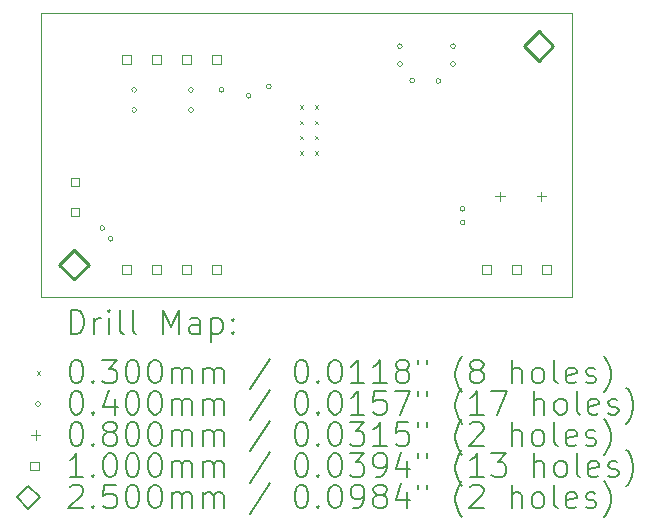
<source format=gbr>
%TF.GenerationSoftware,KiCad,Pcbnew,(6.0.8)*%
%TF.CreationDate,2022-12-06T01:45:32+01:00*%
%TF.ProjectId,Single-DCDC-Converter-Rev2,53696e67-6c65-42d4-9443-44432d436f6e,rev?*%
%TF.SameCoordinates,Original*%
%TF.FileFunction,Drillmap*%
%TF.FilePolarity,Positive*%
%FSLAX45Y45*%
G04 Gerber Fmt 4.5, Leading zero omitted, Abs format (unit mm)*
G04 Created by KiCad (PCBNEW (6.0.8)) date 2022-12-06 01:45:32*
%MOMM*%
%LPD*%
G01*
G04 APERTURE LIST*
%ADD10C,0.100000*%
%ADD11C,0.200000*%
%ADD12C,0.030000*%
%ADD13C,0.040000*%
%ADD14C,0.080000*%
%ADD15C,0.250000*%
G04 APERTURE END LIST*
D10*
X8400000Y-6320000D02*
X12900000Y-6320000D01*
X12900000Y-6320000D02*
X12900000Y-3920000D01*
X12900000Y-3920000D02*
X8400000Y-3920000D01*
X8400000Y-3920000D02*
X8400000Y-6320000D01*
D11*
D12*
X10590000Y-4700000D02*
X10620000Y-4730000D01*
X10620000Y-4700000D02*
X10590000Y-4730000D01*
X10590000Y-4830000D02*
X10620000Y-4860000D01*
X10620000Y-4830000D02*
X10590000Y-4860000D01*
X10590000Y-4960000D02*
X10620000Y-4990000D01*
X10620000Y-4960000D02*
X10590000Y-4990000D01*
X10590000Y-5090000D02*
X10620000Y-5120000D01*
X10620000Y-5090000D02*
X10590000Y-5120000D01*
X10720000Y-4700000D02*
X10750000Y-4730000D01*
X10750000Y-4700000D02*
X10720000Y-4730000D01*
X10720000Y-4830000D02*
X10750000Y-4860000D01*
X10750000Y-4830000D02*
X10720000Y-4860000D01*
X10720000Y-4960000D02*
X10750000Y-4990000D01*
X10750000Y-4960000D02*
X10720000Y-4990000D01*
X10720000Y-5090000D02*
X10750000Y-5120000D01*
X10750000Y-5090000D02*
X10720000Y-5120000D01*
D13*
X8940000Y-5740000D02*
G75*
G03*
X8940000Y-5740000I-20000J0D01*
G01*
X9010000Y-5830000D02*
G75*
G03*
X9010000Y-5830000I-20000J0D01*
G01*
X9210000Y-4570000D02*
G75*
G03*
X9210000Y-4570000I-20000J0D01*
G01*
X9210000Y-4740000D02*
G75*
G03*
X9210000Y-4740000I-20000J0D01*
G01*
X9690000Y-4570000D02*
G75*
G03*
X9690000Y-4570000I-20000J0D01*
G01*
X9690000Y-4740000D02*
G75*
G03*
X9690000Y-4740000I-20000J0D01*
G01*
X9950000Y-4570000D02*
G75*
G03*
X9950000Y-4570000I-20000J0D01*
G01*
X10180000Y-4620000D02*
G75*
G03*
X10180000Y-4620000I-20000J0D01*
G01*
X10350000Y-4540000D02*
G75*
G03*
X10350000Y-4540000I-20000J0D01*
G01*
X11460000Y-4200000D02*
G75*
G03*
X11460000Y-4200000I-20000J0D01*
G01*
X11460000Y-4350000D02*
G75*
G03*
X11460000Y-4350000I-20000J0D01*
G01*
X11565000Y-4490000D02*
G75*
G03*
X11565000Y-4490000I-20000J0D01*
G01*
X11785000Y-4495000D02*
G75*
G03*
X11785000Y-4495000I-20000J0D01*
G01*
X11910000Y-4200000D02*
G75*
G03*
X11910000Y-4200000I-20000J0D01*
G01*
X11910000Y-4350000D02*
G75*
G03*
X11910000Y-4350000I-20000J0D01*
G01*
X11991020Y-5577840D02*
G75*
G03*
X11991020Y-5577840I-20000J0D01*
G01*
X11991020Y-5692140D02*
G75*
G03*
X11991020Y-5692140I-20000J0D01*
G01*
D14*
X12287500Y-5432500D02*
X12287500Y-5512500D01*
X12247500Y-5472500D02*
X12327500Y-5472500D01*
X12637500Y-5432500D02*
X12637500Y-5512500D01*
X12597500Y-5472500D02*
X12677500Y-5472500D01*
D10*
X8725356Y-5385356D02*
X8725356Y-5314644D01*
X8654644Y-5314644D01*
X8654644Y-5385356D01*
X8725356Y-5385356D01*
X8725356Y-5639356D02*
X8725356Y-5568644D01*
X8654644Y-5568644D01*
X8654644Y-5639356D01*
X8725356Y-5639356D01*
X9159356Y-4349356D02*
X9159356Y-4278644D01*
X9088644Y-4278644D01*
X9088644Y-4349356D01*
X9159356Y-4349356D01*
X9159356Y-6127356D02*
X9159356Y-6056644D01*
X9088644Y-6056644D01*
X9088644Y-6127356D01*
X9159356Y-6127356D01*
X9413356Y-4349356D02*
X9413356Y-4278644D01*
X9342644Y-4278644D01*
X9342644Y-4349356D01*
X9413356Y-4349356D01*
X9413356Y-6127356D02*
X9413356Y-6056644D01*
X9342644Y-6056644D01*
X9342644Y-6127356D01*
X9413356Y-6127356D01*
X9667356Y-4349356D02*
X9667356Y-4278644D01*
X9596644Y-4278644D01*
X9596644Y-4349356D01*
X9667356Y-4349356D01*
X9667356Y-6127356D02*
X9667356Y-6056644D01*
X9596644Y-6056644D01*
X9596644Y-6127356D01*
X9667356Y-6127356D01*
X9921356Y-4349356D02*
X9921356Y-4278644D01*
X9850644Y-4278644D01*
X9850644Y-4349356D01*
X9921356Y-4349356D01*
X9921356Y-6127356D02*
X9921356Y-6056644D01*
X9850644Y-6056644D01*
X9850644Y-6127356D01*
X9921356Y-6127356D01*
X12207356Y-6127356D02*
X12207356Y-6056644D01*
X12136644Y-6056644D01*
X12136644Y-6127356D01*
X12207356Y-6127356D01*
X12461356Y-6127356D02*
X12461356Y-6056644D01*
X12390644Y-6056644D01*
X12390644Y-6127356D01*
X12461356Y-6127356D01*
X12715356Y-6127356D02*
X12715356Y-6056644D01*
X12644644Y-6056644D01*
X12644644Y-6127356D01*
X12715356Y-6127356D01*
D15*
X8680000Y-6175000D02*
X8805000Y-6050000D01*
X8680000Y-5925000D01*
X8555000Y-6050000D01*
X8680000Y-6175000D01*
X12615000Y-4325000D02*
X12740000Y-4200000D01*
X12615000Y-4075000D01*
X12490000Y-4200000D01*
X12615000Y-4325000D01*
D11*
X8652619Y-6635476D02*
X8652619Y-6435476D01*
X8700238Y-6435476D01*
X8728810Y-6445000D01*
X8747857Y-6464048D01*
X8757381Y-6483095D01*
X8766905Y-6521190D01*
X8766905Y-6549762D01*
X8757381Y-6587857D01*
X8747857Y-6606905D01*
X8728810Y-6625952D01*
X8700238Y-6635476D01*
X8652619Y-6635476D01*
X8852619Y-6635476D02*
X8852619Y-6502143D01*
X8852619Y-6540238D02*
X8862143Y-6521190D01*
X8871667Y-6511667D01*
X8890714Y-6502143D01*
X8909762Y-6502143D01*
X8976429Y-6635476D02*
X8976429Y-6502143D01*
X8976429Y-6435476D02*
X8966905Y-6445000D01*
X8976429Y-6454524D01*
X8985952Y-6445000D01*
X8976429Y-6435476D01*
X8976429Y-6454524D01*
X9100238Y-6635476D02*
X9081190Y-6625952D01*
X9071667Y-6606905D01*
X9071667Y-6435476D01*
X9205000Y-6635476D02*
X9185952Y-6625952D01*
X9176429Y-6606905D01*
X9176429Y-6435476D01*
X9433571Y-6635476D02*
X9433571Y-6435476D01*
X9500238Y-6578333D01*
X9566905Y-6435476D01*
X9566905Y-6635476D01*
X9747857Y-6635476D02*
X9747857Y-6530714D01*
X9738333Y-6511667D01*
X9719286Y-6502143D01*
X9681190Y-6502143D01*
X9662143Y-6511667D01*
X9747857Y-6625952D02*
X9728810Y-6635476D01*
X9681190Y-6635476D01*
X9662143Y-6625952D01*
X9652619Y-6606905D01*
X9652619Y-6587857D01*
X9662143Y-6568809D01*
X9681190Y-6559286D01*
X9728810Y-6559286D01*
X9747857Y-6549762D01*
X9843095Y-6502143D02*
X9843095Y-6702143D01*
X9843095Y-6511667D02*
X9862143Y-6502143D01*
X9900238Y-6502143D01*
X9919286Y-6511667D01*
X9928810Y-6521190D01*
X9938333Y-6540238D01*
X9938333Y-6597381D01*
X9928810Y-6616428D01*
X9919286Y-6625952D01*
X9900238Y-6635476D01*
X9862143Y-6635476D01*
X9843095Y-6625952D01*
X10024048Y-6616428D02*
X10033571Y-6625952D01*
X10024048Y-6635476D01*
X10014524Y-6625952D01*
X10024048Y-6616428D01*
X10024048Y-6635476D01*
X10024048Y-6511667D02*
X10033571Y-6521190D01*
X10024048Y-6530714D01*
X10014524Y-6521190D01*
X10024048Y-6511667D01*
X10024048Y-6530714D01*
D12*
X8365000Y-6950000D02*
X8395000Y-6980000D01*
X8395000Y-6950000D02*
X8365000Y-6980000D01*
D11*
X8690714Y-6855476D02*
X8709762Y-6855476D01*
X8728810Y-6865000D01*
X8738333Y-6874524D01*
X8747857Y-6893571D01*
X8757381Y-6931667D01*
X8757381Y-6979286D01*
X8747857Y-7017381D01*
X8738333Y-7036428D01*
X8728810Y-7045952D01*
X8709762Y-7055476D01*
X8690714Y-7055476D01*
X8671667Y-7045952D01*
X8662143Y-7036428D01*
X8652619Y-7017381D01*
X8643095Y-6979286D01*
X8643095Y-6931667D01*
X8652619Y-6893571D01*
X8662143Y-6874524D01*
X8671667Y-6865000D01*
X8690714Y-6855476D01*
X8843095Y-7036428D02*
X8852619Y-7045952D01*
X8843095Y-7055476D01*
X8833571Y-7045952D01*
X8843095Y-7036428D01*
X8843095Y-7055476D01*
X8919286Y-6855476D02*
X9043095Y-6855476D01*
X8976429Y-6931667D01*
X9005000Y-6931667D01*
X9024048Y-6941190D01*
X9033571Y-6950714D01*
X9043095Y-6969762D01*
X9043095Y-7017381D01*
X9033571Y-7036428D01*
X9024048Y-7045952D01*
X9005000Y-7055476D01*
X8947857Y-7055476D01*
X8928810Y-7045952D01*
X8919286Y-7036428D01*
X9166905Y-6855476D02*
X9185952Y-6855476D01*
X9205000Y-6865000D01*
X9214524Y-6874524D01*
X9224048Y-6893571D01*
X9233571Y-6931667D01*
X9233571Y-6979286D01*
X9224048Y-7017381D01*
X9214524Y-7036428D01*
X9205000Y-7045952D01*
X9185952Y-7055476D01*
X9166905Y-7055476D01*
X9147857Y-7045952D01*
X9138333Y-7036428D01*
X9128810Y-7017381D01*
X9119286Y-6979286D01*
X9119286Y-6931667D01*
X9128810Y-6893571D01*
X9138333Y-6874524D01*
X9147857Y-6865000D01*
X9166905Y-6855476D01*
X9357381Y-6855476D02*
X9376429Y-6855476D01*
X9395476Y-6865000D01*
X9405000Y-6874524D01*
X9414524Y-6893571D01*
X9424048Y-6931667D01*
X9424048Y-6979286D01*
X9414524Y-7017381D01*
X9405000Y-7036428D01*
X9395476Y-7045952D01*
X9376429Y-7055476D01*
X9357381Y-7055476D01*
X9338333Y-7045952D01*
X9328810Y-7036428D01*
X9319286Y-7017381D01*
X9309762Y-6979286D01*
X9309762Y-6931667D01*
X9319286Y-6893571D01*
X9328810Y-6874524D01*
X9338333Y-6865000D01*
X9357381Y-6855476D01*
X9509762Y-7055476D02*
X9509762Y-6922143D01*
X9509762Y-6941190D02*
X9519286Y-6931667D01*
X9538333Y-6922143D01*
X9566905Y-6922143D01*
X9585952Y-6931667D01*
X9595476Y-6950714D01*
X9595476Y-7055476D01*
X9595476Y-6950714D02*
X9605000Y-6931667D01*
X9624048Y-6922143D01*
X9652619Y-6922143D01*
X9671667Y-6931667D01*
X9681190Y-6950714D01*
X9681190Y-7055476D01*
X9776429Y-7055476D02*
X9776429Y-6922143D01*
X9776429Y-6941190D02*
X9785952Y-6931667D01*
X9805000Y-6922143D01*
X9833571Y-6922143D01*
X9852619Y-6931667D01*
X9862143Y-6950714D01*
X9862143Y-7055476D01*
X9862143Y-6950714D02*
X9871667Y-6931667D01*
X9890714Y-6922143D01*
X9919286Y-6922143D01*
X9938333Y-6931667D01*
X9947857Y-6950714D01*
X9947857Y-7055476D01*
X10338333Y-6845952D02*
X10166905Y-7103095D01*
X10595476Y-6855476D02*
X10614524Y-6855476D01*
X10633571Y-6865000D01*
X10643095Y-6874524D01*
X10652619Y-6893571D01*
X10662143Y-6931667D01*
X10662143Y-6979286D01*
X10652619Y-7017381D01*
X10643095Y-7036428D01*
X10633571Y-7045952D01*
X10614524Y-7055476D01*
X10595476Y-7055476D01*
X10576429Y-7045952D01*
X10566905Y-7036428D01*
X10557381Y-7017381D01*
X10547857Y-6979286D01*
X10547857Y-6931667D01*
X10557381Y-6893571D01*
X10566905Y-6874524D01*
X10576429Y-6865000D01*
X10595476Y-6855476D01*
X10747857Y-7036428D02*
X10757381Y-7045952D01*
X10747857Y-7055476D01*
X10738333Y-7045952D01*
X10747857Y-7036428D01*
X10747857Y-7055476D01*
X10881190Y-6855476D02*
X10900238Y-6855476D01*
X10919286Y-6865000D01*
X10928810Y-6874524D01*
X10938333Y-6893571D01*
X10947857Y-6931667D01*
X10947857Y-6979286D01*
X10938333Y-7017381D01*
X10928810Y-7036428D01*
X10919286Y-7045952D01*
X10900238Y-7055476D01*
X10881190Y-7055476D01*
X10862143Y-7045952D01*
X10852619Y-7036428D01*
X10843095Y-7017381D01*
X10833571Y-6979286D01*
X10833571Y-6931667D01*
X10843095Y-6893571D01*
X10852619Y-6874524D01*
X10862143Y-6865000D01*
X10881190Y-6855476D01*
X11138333Y-7055476D02*
X11024048Y-7055476D01*
X11081190Y-7055476D02*
X11081190Y-6855476D01*
X11062143Y-6884048D01*
X11043095Y-6903095D01*
X11024048Y-6912619D01*
X11328809Y-7055476D02*
X11214524Y-7055476D01*
X11271667Y-7055476D02*
X11271667Y-6855476D01*
X11252619Y-6884048D01*
X11233571Y-6903095D01*
X11214524Y-6912619D01*
X11443095Y-6941190D02*
X11424048Y-6931667D01*
X11414524Y-6922143D01*
X11405000Y-6903095D01*
X11405000Y-6893571D01*
X11414524Y-6874524D01*
X11424048Y-6865000D01*
X11443095Y-6855476D01*
X11481190Y-6855476D01*
X11500238Y-6865000D01*
X11509762Y-6874524D01*
X11519286Y-6893571D01*
X11519286Y-6903095D01*
X11509762Y-6922143D01*
X11500238Y-6931667D01*
X11481190Y-6941190D01*
X11443095Y-6941190D01*
X11424048Y-6950714D01*
X11414524Y-6960238D01*
X11405000Y-6979286D01*
X11405000Y-7017381D01*
X11414524Y-7036428D01*
X11424048Y-7045952D01*
X11443095Y-7055476D01*
X11481190Y-7055476D01*
X11500238Y-7045952D01*
X11509762Y-7036428D01*
X11519286Y-7017381D01*
X11519286Y-6979286D01*
X11509762Y-6960238D01*
X11500238Y-6950714D01*
X11481190Y-6941190D01*
X11595476Y-6855476D02*
X11595476Y-6893571D01*
X11671667Y-6855476D02*
X11671667Y-6893571D01*
X11966905Y-7131667D02*
X11957381Y-7122143D01*
X11938333Y-7093571D01*
X11928809Y-7074524D01*
X11919286Y-7045952D01*
X11909762Y-6998333D01*
X11909762Y-6960238D01*
X11919286Y-6912619D01*
X11928809Y-6884048D01*
X11938333Y-6865000D01*
X11957381Y-6836428D01*
X11966905Y-6826905D01*
X12071667Y-6941190D02*
X12052619Y-6931667D01*
X12043095Y-6922143D01*
X12033571Y-6903095D01*
X12033571Y-6893571D01*
X12043095Y-6874524D01*
X12052619Y-6865000D01*
X12071667Y-6855476D01*
X12109762Y-6855476D01*
X12128809Y-6865000D01*
X12138333Y-6874524D01*
X12147857Y-6893571D01*
X12147857Y-6903095D01*
X12138333Y-6922143D01*
X12128809Y-6931667D01*
X12109762Y-6941190D01*
X12071667Y-6941190D01*
X12052619Y-6950714D01*
X12043095Y-6960238D01*
X12033571Y-6979286D01*
X12033571Y-7017381D01*
X12043095Y-7036428D01*
X12052619Y-7045952D01*
X12071667Y-7055476D01*
X12109762Y-7055476D01*
X12128809Y-7045952D01*
X12138333Y-7036428D01*
X12147857Y-7017381D01*
X12147857Y-6979286D01*
X12138333Y-6960238D01*
X12128809Y-6950714D01*
X12109762Y-6941190D01*
X12385952Y-7055476D02*
X12385952Y-6855476D01*
X12471667Y-7055476D02*
X12471667Y-6950714D01*
X12462143Y-6931667D01*
X12443095Y-6922143D01*
X12414524Y-6922143D01*
X12395476Y-6931667D01*
X12385952Y-6941190D01*
X12595476Y-7055476D02*
X12576428Y-7045952D01*
X12566905Y-7036428D01*
X12557381Y-7017381D01*
X12557381Y-6960238D01*
X12566905Y-6941190D01*
X12576428Y-6931667D01*
X12595476Y-6922143D01*
X12624048Y-6922143D01*
X12643095Y-6931667D01*
X12652619Y-6941190D01*
X12662143Y-6960238D01*
X12662143Y-7017381D01*
X12652619Y-7036428D01*
X12643095Y-7045952D01*
X12624048Y-7055476D01*
X12595476Y-7055476D01*
X12776428Y-7055476D02*
X12757381Y-7045952D01*
X12747857Y-7026905D01*
X12747857Y-6855476D01*
X12928809Y-7045952D02*
X12909762Y-7055476D01*
X12871667Y-7055476D01*
X12852619Y-7045952D01*
X12843095Y-7026905D01*
X12843095Y-6950714D01*
X12852619Y-6931667D01*
X12871667Y-6922143D01*
X12909762Y-6922143D01*
X12928809Y-6931667D01*
X12938333Y-6950714D01*
X12938333Y-6969762D01*
X12843095Y-6988809D01*
X13014524Y-7045952D02*
X13033571Y-7055476D01*
X13071667Y-7055476D01*
X13090714Y-7045952D01*
X13100238Y-7026905D01*
X13100238Y-7017381D01*
X13090714Y-6998333D01*
X13071667Y-6988809D01*
X13043095Y-6988809D01*
X13024048Y-6979286D01*
X13014524Y-6960238D01*
X13014524Y-6950714D01*
X13024048Y-6931667D01*
X13043095Y-6922143D01*
X13071667Y-6922143D01*
X13090714Y-6931667D01*
X13166905Y-7131667D02*
X13176428Y-7122143D01*
X13195476Y-7093571D01*
X13205000Y-7074524D01*
X13214524Y-7045952D01*
X13224048Y-6998333D01*
X13224048Y-6960238D01*
X13214524Y-6912619D01*
X13205000Y-6884048D01*
X13195476Y-6865000D01*
X13176428Y-6836428D01*
X13166905Y-6826905D01*
D13*
X8395000Y-7229000D02*
G75*
G03*
X8395000Y-7229000I-20000J0D01*
G01*
D11*
X8690714Y-7119476D02*
X8709762Y-7119476D01*
X8728810Y-7129000D01*
X8738333Y-7138524D01*
X8747857Y-7157571D01*
X8757381Y-7195667D01*
X8757381Y-7243286D01*
X8747857Y-7281381D01*
X8738333Y-7300428D01*
X8728810Y-7309952D01*
X8709762Y-7319476D01*
X8690714Y-7319476D01*
X8671667Y-7309952D01*
X8662143Y-7300428D01*
X8652619Y-7281381D01*
X8643095Y-7243286D01*
X8643095Y-7195667D01*
X8652619Y-7157571D01*
X8662143Y-7138524D01*
X8671667Y-7129000D01*
X8690714Y-7119476D01*
X8843095Y-7300428D02*
X8852619Y-7309952D01*
X8843095Y-7319476D01*
X8833571Y-7309952D01*
X8843095Y-7300428D01*
X8843095Y-7319476D01*
X9024048Y-7186143D02*
X9024048Y-7319476D01*
X8976429Y-7109952D02*
X8928810Y-7252809D01*
X9052619Y-7252809D01*
X9166905Y-7119476D02*
X9185952Y-7119476D01*
X9205000Y-7129000D01*
X9214524Y-7138524D01*
X9224048Y-7157571D01*
X9233571Y-7195667D01*
X9233571Y-7243286D01*
X9224048Y-7281381D01*
X9214524Y-7300428D01*
X9205000Y-7309952D01*
X9185952Y-7319476D01*
X9166905Y-7319476D01*
X9147857Y-7309952D01*
X9138333Y-7300428D01*
X9128810Y-7281381D01*
X9119286Y-7243286D01*
X9119286Y-7195667D01*
X9128810Y-7157571D01*
X9138333Y-7138524D01*
X9147857Y-7129000D01*
X9166905Y-7119476D01*
X9357381Y-7119476D02*
X9376429Y-7119476D01*
X9395476Y-7129000D01*
X9405000Y-7138524D01*
X9414524Y-7157571D01*
X9424048Y-7195667D01*
X9424048Y-7243286D01*
X9414524Y-7281381D01*
X9405000Y-7300428D01*
X9395476Y-7309952D01*
X9376429Y-7319476D01*
X9357381Y-7319476D01*
X9338333Y-7309952D01*
X9328810Y-7300428D01*
X9319286Y-7281381D01*
X9309762Y-7243286D01*
X9309762Y-7195667D01*
X9319286Y-7157571D01*
X9328810Y-7138524D01*
X9338333Y-7129000D01*
X9357381Y-7119476D01*
X9509762Y-7319476D02*
X9509762Y-7186143D01*
X9509762Y-7205190D02*
X9519286Y-7195667D01*
X9538333Y-7186143D01*
X9566905Y-7186143D01*
X9585952Y-7195667D01*
X9595476Y-7214714D01*
X9595476Y-7319476D01*
X9595476Y-7214714D02*
X9605000Y-7195667D01*
X9624048Y-7186143D01*
X9652619Y-7186143D01*
X9671667Y-7195667D01*
X9681190Y-7214714D01*
X9681190Y-7319476D01*
X9776429Y-7319476D02*
X9776429Y-7186143D01*
X9776429Y-7205190D02*
X9785952Y-7195667D01*
X9805000Y-7186143D01*
X9833571Y-7186143D01*
X9852619Y-7195667D01*
X9862143Y-7214714D01*
X9862143Y-7319476D01*
X9862143Y-7214714D02*
X9871667Y-7195667D01*
X9890714Y-7186143D01*
X9919286Y-7186143D01*
X9938333Y-7195667D01*
X9947857Y-7214714D01*
X9947857Y-7319476D01*
X10338333Y-7109952D02*
X10166905Y-7367095D01*
X10595476Y-7119476D02*
X10614524Y-7119476D01*
X10633571Y-7129000D01*
X10643095Y-7138524D01*
X10652619Y-7157571D01*
X10662143Y-7195667D01*
X10662143Y-7243286D01*
X10652619Y-7281381D01*
X10643095Y-7300428D01*
X10633571Y-7309952D01*
X10614524Y-7319476D01*
X10595476Y-7319476D01*
X10576429Y-7309952D01*
X10566905Y-7300428D01*
X10557381Y-7281381D01*
X10547857Y-7243286D01*
X10547857Y-7195667D01*
X10557381Y-7157571D01*
X10566905Y-7138524D01*
X10576429Y-7129000D01*
X10595476Y-7119476D01*
X10747857Y-7300428D02*
X10757381Y-7309952D01*
X10747857Y-7319476D01*
X10738333Y-7309952D01*
X10747857Y-7300428D01*
X10747857Y-7319476D01*
X10881190Y-7119476D02*
X10900238Y-7119476D01*
X10919286Y-7129000D01*
X10928810Y-7138524D01*
X10938333Y-7157571D01*
X10947857Y-7195667D01*
X10947857Y-7243286D01*
X10938333Y-7281381D01*
X10928810Y-7300428D01*
X10919286Y-7309952D01*
X10900238Y-7319476D01*
X10881190Y-7319476D01*
X10862143Y-7309952D01*
X10852619Y-7300428D01*
X10843095Y-7281381D01*
X10833571Y-7243286D01*
X10833571Y-7195667D01*
X10843095Y-7157571D01*
X10852619Y-7138524D01*
X10862143Y-7129000D01*
X10881190Y-7119476D01*
X11138333Y-7319476D02*
X11024048Y-7319476D01*
X11081190Y-7319476D02*
X11081190Y-7119476D01*
X11062143Y-7148048D01*
X11043095Y-7167095D01*
X11024048Y-7176619D01*
X11319286Y-7119476D02*
X11224048Y-7119476D01*
X11214524Y-7214714D01*
X11224048Y-7205190D01*
X11243095Y-7195667D01*
X11290714Y-7195667D01*
X11309762Y-7205190D01*
X11319286Y-7214714D01*
X11328809Y-7233762D01*
X11328809Y-7281381D01*
X11319286Y-7300428D01*
X11309762Y-7309952D01*
X11290714Y-7319476D01*
X11243095Y-7319476D01*
X11224048Y-7309952D01*
X11214524Y-7300428D01*
X11395476Y-7119476D02*
X11528809Y-7119476D01*
X11443095Y-7319476D01*
X11595476Y-7119476D02*
X11595476Y-7157571D01*
X11671667Y-7119476D02*
X11671667Y-7157571D01*
X11966905Y-7395667D02*
X11957381Y-7386143D01*
X11938333Y-7357571D01*
X11928809Y-7338524D01*
X11919286Y-7309952D01*
X11909762Y-7262333D01*
X11909762Y-7224238D01*
X11919286Y-7176619D01*
X11928809Y-7148048D01*
X11938333Y-7129000D01*
X11957381Y-7100428D01*
X11966905Y-7090905D01*
X12147857Y-7319476D02*
X12033571Y-7319476D01*
X12090714Y-7319476D02*
X12090714Y-7119476D01*
X12071667Y-7148048D01*
X12052619Y-7167095D01*
X12033571Y-7176619D01*
X12214524Y-7119476D02*
X12347857Y-7119476D01*
X12262143Y-7319476D01*
X12576428Y-7319476D02*
X12576428Y-7119476D01*
X12662143Y-7319476D02*
X12662143Y-7214714D01*
X12652619Y-7195667D01*
X12633571Y-7186143D01*
X12605000Y-7186143D01*
X12585952Y-7195667D01*
X12576428Y-7205190D01*
X12785952Y-7319476D02*
X12766905Y-7309952D01*
X12757381Y-7300428D01*
X12747857Y-7281381D01*
X12747857Y-7224238D01*
X12757381Y-7205190D01*
X12766905Y-7195667D01*
X12785952Y-7186143D01*
X12814524Y-7186143D01*
X12833571Y-7195667D01*
X12843095Y-7205190D01*
X12852619Y-7224238D01*
X12852619Y-7281381D01*
X12843095Y-7300428D01*
X12833571Y-7309952D01*
X12814524Y-7319476D01*
X12785952Y-7319476D01*
X12966905Y-7319476D02*
X12947857Y-7309952D01*
X12938333Y-7290905D01*
X12938333Y-7119476D01*
X13119286Y-7309952D02*
X13100238Y-7319476D01*
X13062143Y-7319476D01*
X13043095Y-7309952D01*
X13033571Y-7290905D01*
X13033571Y-7214714D01*
X13043095Y-7195667D01*
X13062143Y-7186143D01*
X13100238Y-7186143D01*
X13119286Y-7195667D01*
X13128809Y-7214714D01*
X13128809Y-7233762D01*
X13033571Y-7252809D01*
X13205000Y-7309952D02*
X13224048Y-7319476D01*
X13262143Y-7319476D01*
X13281190Y-7309952D01*
X13290714Y-7290905D01*
X13290714Y-7281381D01*
X13281190Y-7262333D01*
X13262143Y-7252809D01*
X13233571Y-7252809D01*
X13214524Y-7243286D01*
X13205000Y-7224238D01*
X13205000Y-7214714D01*
X13214524Y-7195667D01*
X13233571Y-7186143D01*
X13262143Y-7186143D01*
X13281190Y-7195667D01*
X13357381Y-7395667D02*
X13366905Y-7386143D01*
X13385952Y-7357571D01*
X13395476Y-7338524D01*
X13405000Y-7309952D01*
X13414524Y-7262333D01*
X13414524Y-7224238D01*
X13405000Y-7176619D01*
X13395476Y-7148048D01*
X13385952Y-7129000D01*
X13366905Y-7100428D01*
X13357381Y-7090905D01*
D14*
X8355000Y-7453000D02*
X8355000Y-7533000D01*
X8315000Y-7493000D02*
X8395000Y-7493000D01*
D11*
X8690714Y-7383476D02*
X8709762Y-7383476D01*
X8728810Y-7393000D01*
X8738333Y-7402524D01*
X8747857Y-7421571D01*
X8757381Y-7459667D01*
X8757381Y-7507286D01*
X8747857Y-7545381D01*
X8738333Y-7564428D01*
X8728810Y-7573952D01*
X8709762Y-7583476D01*
X8690714Y-7583476D01*
X8671667Y-7573952D01*
X8662143Y-7564428D01*
X8652619Y-7545381D01*
X8643095Y-7507286D01*
X8643095Y-7459667D01*
X8652619Y-7421571D01*
X8662143Y-7402524D01*
X8671667Y-7393000D01*
X8690714Y-7383476D01*
X8843095Y-7564428D02*
X8852619Y-7573952D01*
X8843095Y-7583476D01*
X8833571Y-7573952D01*
X8843095Y-7564428D01*
X8843095Y-7583476D01*
X8966905Y-7469190D02*
X8947857Y-7459667D01*
X8938333Y-7450143D01*
X8928810Y-7431095D01*
X8928810Y-7421571D01*
X8938333Y-7402524D01*
X8947857Y-7393000D01*
X8966905Y-7383476D01*
X9005000Y-7383476D01*
X9024048Y-7393000D01*
X9033571Y-7402524D01*
X9043095Y-7421571D01*
X9043095Y-7431095D01*
X9033571Y-7450143D01*
X9024048Y-7459667D01*
X9005000Y-7469190D01*
X8966905Y-7469190D01*
X8947857Y-7478714D01*
X8938333Y-7488238D01*
X8928810Y-7507286D01*
X8928810Y-7545381D01*
X8938333Y-7564428D01*
X8947857Y-7573952D01*
X8966905Y-7583476D01*
X9005000Y-7583476D01*
X9024048Y-7573952D01*
X9033571Y-7564428D01*
X9043095Y-7545381D01*
X9043095Y-7507286D01*
X9033571Y-7488238D01*
X9024048Y-7478714D01*
X9005000Y-7469190D01*
X9166905Y-7383476D02*
X9185952Y-7383476D01*
X9205000Y-7393000D01*
X9214524Y-7402524D01*
X9224048Y-7421571D01*
X9233571Y-7459667D01*
X9233571Y-7507286D01*
X9224048Y-7545381D01*
X9214524Y-7564428D01*
X9205000Y-7573952D01*
X9185952Y-7583476D01*
X9166905Y-7583476D01*
X9147857Y-7573952D01*
X9138333Y-7564428D01*
X9128810Y-7545381D01*
X9119286Y-7507286D01*
X9119286Y-7459667D01*
X9128810Y-7421571D01*
X9138333Y-7402524D01*
X9147857Y-7393000D01*
X9166905Y-7383476D01*
X9357381Y-7383476D02*
X9376429Y-7383476D01*
X9395476Y-7393000D01*
X9405000Y-7402524D01*
X9414524Y-7421571D01*
X9424048Y-7459667D01*
X9424048Y-7507286D01*
X9414524Y-7545381D01*
X9405000Y-7564428D01*
X9395476Y-7573952D01*
X9376429Y-7583476D01*
X9357381Y-7583476D01*
X9338333Y-7573952D01*
X9328810Y-7564428D01*
X9319286Y-7545381D01*
X9309762Y-7507286D01*
X9309762Y-7459667D01*
X9319286Y-7421571D01*
X9328810Y-7402524D01*
X9338333Y-7393000D01*
X9357381Y-7383476D01*
X9509762Y-7583476D02*
X9509762Y-7450143D01*
X9509762Y-7469190D02*
X9519286Y-7459667D01*
X9538333Y-7450143D01*
X9566905Y-7450143D01*
X9585952Y-7459667D01*
X9595476Y-7478714D01*
X9595476Y-7583476D01*
X9595476Y-7478714D02*
X9605000Y-7459667D01*
X9624048Y-7450143D01*
X9652619Y-7450143D01*
X9671667Y-7459667D01*
X9681190Y-7478714D01*
X9681190Y-7583476D01*
X9776429Y-7583476D02*
X9776429Y-7450143D01*
X9776429Y-7469190D02*
X9785952Y-7459667D01*
X9805000Y-7450143D01*
X9833571Y-7450143D01*
X9852619Y-7459667D01*
X9862143Y-7478714D01*
X9862143Y-7583476D01*
X9862143Y-7478714D02*
X9871667Y-7459667D01*
X9890714Y-7450143D01*
X9919286Y-7450143D01*
X9938333Y-7459667D01*
X9947857Y-7478714D01*
X9947857Y-7583476D01*
X10338333Y-7373952D02*
X10166905Y-7631095D01*
X10595476Y-7383476D02*
X10614524Y-7383476D01*
X10633571Y-7393000D01*
X10643095Y-7402524D01*
X10652619Y-7421571D01*
X10662143Y-7459667D01*
X10662143Y-7507286D01*
X10652619Y-7545381D01*
X10643095Y-7564428D01*
X10633571Y-7573952D01*
X10614524Y-7583476D01*
X10595476Y-7583476D01*
X10576429Y-7573952D01*
X10566905Y-7564428D01*
X10557381Y-7545381D01*
X10547857Y-7507286D01*
X10547857Y-7459667D01*
X10557381Y-7421571D01*
X10566905Y-7402524D01*
X10576429Y-7393000D01*
X10595476Y-7383476D01*
X10747857Y-7564428D02*
X10757381Y-7573952D01*
X10747857Y-7583476D01*
X10738333Y-7573952D01*
X10747857Y-7564428D01*
X10747857Y-7583476D01*
X10881190Y-7383476D02*
X10900238Y-7383476D01*
X10919286Y-7393000D01*
X10928810Y-7402524D01*
X10938333Y-7421571D01*
X10947857Y-7459667D01*
X10947857Y-7507286D01*
X10938333Y-7545381D01*
X10928810Y-7564428D01*
X10919286Y-7573952D01*
X10900238Y-7583476D01*
X10881190Y-7583476D01*
X10862143Y-7573952D01*
X10852619Y-7564428D01*
X10843095Y-7545381D01*
X10833571Y-7507286D01*
X10833571Y-7459667D01*
X10843095Y-7421571D01*
X10852619Y-7402524D01*
X10862143Y-7393000D01*
X10881190Y-7383476D01*
X11014524Y-7383476D02*
X11138333Y-7383476D01*
X11071667Y-7459667D01*
X11100238Y-7459667D01*
X11119286Y-7469190D01*
X11128810Y-7478714D01*
X11138333Y-7497762D01*
X11138333Y-7545381D01*
X11128810Y-7564428D01*
X11119286Y-7573952D01*
X11100238Y-7583476D01*
X11043095Y-7583476D01*
X11024048Y-7573952D01*
X11014524Y-7564428D01*
X11328809Y-7583476D02*
X11214524Y-7583476D01*
X11271667Y-7583476D02*
X11271667Y-7383476D01*
X11252619Y-7412048D01*
X11233571Y-7431095D01*
X11214524Y-7440619D01*
X11509762Y-7383476D02*
X11414524Y-7383476D01*
X11405000Y-7478714D01*
X11414524Y-7469190D01*
X11433571Y-7459667D01*
X11481190Y-7459667D01*
X11500238Y-7469190D01*
X11509762Y-7478714D01*
X11519286Y-7497762D01*
X11519286Y-7545381D01*
X11509762Y-7564428D01*
X11500238Y-7573952D01*
X11481190Y-7583476D01*
X11433571Y-7583476D01*
X11414524Y-7573952D01*
X11405000Y-7564428D01*
X11595476Y-7383476D02*
X11595476Y-7421571D01*
X11671667Y-7383476D02*
X11671667Y-7421571D01*
X11966905Y-7659667D02*
X11957381Y-7650143D01*
X11938333Y-7621571D01*
X11928809Y-7602524D01*
X11919286Y-7573952D01*
X11909762Y-7526333D01*
X11909762Y-7488238D01*
X11919286Y-7440619D01*
X11928809Y-7412048D01*
X11938333Y-7393000D01*
X11957381Y-7364428D01*
X11966905Y-7354905D01*
X12033571Y-7402524D02*
X12043095Y-7393000D01*
X12062143Y-7383476D01*
X12109762Y-7383476D01*
X12128809Y-7393000D01*
X12138333Y-7402524D01*
X12147857Y-7421571D01*
X12147857Y-7440619D01*
X12138333Y-7469190D01*
X12024048Y-7583476D01*
X12147857Y-7583476D01*
X12385952Y-7583476D02*
X12385952Y-7383476D01*
X12471667Y-7583476D02*
X12471667Y-7478714D01*
X12462143Y-7459667D01*
X12443095Y-7450143D01*
X12414524Y-7450143D01*
X12395476Y-7459667D01*
X12385952Y-7469190D01*
X12595476Y-7583476D02*
X12576428Y-7573952D01*
X12566905Y-7564428D01*
X12557381Y-7545381D01*
X12557381Y-7488238D01*
X12566905Y-7469190D01*
X12576428Y-7459667D01*
X12595476Y-7450143D01*
X12624048Y-7450143D01*
X12643095Y-7459667D01*
X12652619Y-7469190D01*
X12662143Y-7488238D01*
X12662143Y-7545381D01*
X12652619Y-7564428D01*
X12643095Y-7573952D01*
X12624048Y-7583476D01*
X12595476Y-7583476D01*
X12776428Y-7583476D02*
X12757381Y-7573952D01*
X12747857Y-7554905D01*
X12747857Y-7383476D01*
X12928809Y-7573952D02*
X12909762Y-7583476D01*
X12871667Y-7583476D01*
X12852619Y-7573952D01*
X12843095Y-7554905D01*
X12843095Y-7478714D01*
X12852619Y-7459667D01*
X12871667Y-7450143D01*
X12909762Y-7450143D01*
X12928809Y-7459667D01*
X12938333Y-7478714D01*
X12938333Y-7497762D01*
X12843095Y-7516809D01*
X13014524Y-7573952D02*
X13033571Y-7583476D01*
X13071667Y-7583476D01*
X13090714Y-7573952D01*
X13100238Y-7554905D01*
X13100238Y-7545381D01*
X13090714Y-7526333D01*
X13071667Y-7516809D01*
X13043095Y-7516809D01*
X13024048Y-7507286D01*
X13014524Y-7488238D01*
X13014524Y-7478714D01*
X13024048Y-7459667D01*
X13043095Y-7450143D01*
X13071667Y-7450143D01*
X13090714Y-7459667D01*
X13166905Y-7659667D02*
X13176428Y-7650143D01*
X13195476Y-7621571D01*
X13205000Y-7602524D01*
X13214524Y-7573952D01*
X13224048Y-7526333D01*
X13224048Y-7488238D01*
X13214524Y-7440619D01*
X13205000Y-7412048D01*
X13195476Y-7393000D01*
X13176428Y-7364428D01*
X13166905Y-7354905D01*
D10*
X8380356Y-7792356D02*
X8380356Y-7721644D01*
X8309644Y-7721644D01*
X8309644Y-7792356D01*
X8380356Y-7792356D01*
D11*
X8757381Y-7847476D02*
X8643095Y-7847476D01*
X8700238Y-7847476D02*
X8700238Y-7647476D01*
X8681190Y-7676048D01*
X8662143Y-7695095D01*
X8643095Y-7704619D01*
X8843095Y-7828428D02*
X8852619Y-7837952D01*
X8843095Y-7847476D01*
X8833571Y-7837952D01*
X8843095Y-7828428D01*
X8843095Y-7847476D01*
X8976429Y-7647476D02*
X8995476Y-7647476D01*
X9014524Y-7657000D01*
X9024048Y-7666524D01*
X9033571Y-7685571D01*
X9043095Y-7723667D01*
X9043095Y-7771286D01*
X9033571Y-7809381D01*
X9024048Y-7828428D01*
X9014524Y-7837952D01*
X8995476Y-7847476D01*
X8976429Y-7847476D01*
X8957381Y-7837952D01*
X8947857Y-7828428D01*
X8938333Y-7809381D01*
X8928810Y-7771286D01*
X8928810Y-7723667D01*
X8938333Y-7685571D01*
X8947857Y-7666524D01*
X8957381Y-7657000D01*
X8976429Y-7647476D01*
X9166905Y-7647476D02*
X9185952Y-7647476D01*
X9205000Y-7657000D01*
X9214524Y-7666524D01*
X9224048Y-7685571D01*
X9233571Y-7723667D01*
X9233571Y-7771286D01*
X9224048Y-7809381D01*
X9214524Y-7828428D01*
X9205000Y-7837952D01*
X9185952Y-7847476D01*
X9166905Y-7847476D01*
X9147857Y-7837952D01*
X9138333Y-7828428D01*
X9128810Y-7809381D01*
X9119286Y-7771286D01*
X9119286Y-7723667D01*
X9128810Y-7685571D01*
X9138333Y-7666524D01*
X9147857Y-7657000D01*
X9166905Y-7647476D01*
X9357381Y-7647476D02*
X9376429Y-7647476D01*
X9395476Y-7657000D01*
X9405000Y-7666524D01*
X9414524Y-7685571D01*
X9424048Y-7723667D01*
X9424048Y-7771286D01*
X9414524Y-7809381D01*
X9405000Y-7828428D01*
X9395476Y-7837952D01*
X9376429Y-7847476D01*
X9357381Y-7847476D01*
X9338333Y-7837952D01*
X9328810Y-7828428D01*
X9319286Y-7809381D01*
X9309762Y-7771286D01*
X9309762Y-7723667D01*
X9319286Y-7685571D01*
X9328810Y-7666524D01*
X9338333Y-7657000D01*
X9357381Y-7647476D01*
X9509762Y-7847476D02*
X9509762Y-7714143D01*
X9509762Y-7733190D02*
X9519286Y-7723667D01*
X9538333Y-7714143D01*
X9566905Y-7714143D01*
X9585952Y-7723667D01*
X9595476Y-7742714D01*
X9595476Y-7847476D01*
X9595476Y-7742714D02*
X9605000Y-7723667D01*
X9624048Y-7714143D01*
X9652619Y-7714143D01*
X9671667Y-7723667D01*
X9681190Y-7742714D01*
X9681190Y-7847476D01*
X9776429Y-7847476D02*
X9776429Y-7714143D01*
X9776429Y-7733190D02*
X9785952Y-7723667D01*
X9805000Y-7714143D01*
X9833571Y-7714143D01*
X9852619Y-7723667D01*
X9862143Y-7742714D01*
X9862143Y-7847476D01*
X9862143Y-7742714D02*
X9871667Y-7723667D01*
X9890714Y-7714143D01*
X9919286Y-7714143D01*
X9938333Y-7723667D01*
X9947857Y-7742714D01*
X9947857Y-7847476D01*
X10338333Y-7637952D02*
X10166905Y-7895095D01*
X10595476Y-7647476D02*
X10614524Y-7647476D01*
X10633571Y-7657000D01*
X10643095Y-7666524D01*
X10652619Y-7685571D01*
X10662143Y-7723667D01*
X10662143Y-7771286D01*
X10652619Y-7809381D01*
X10643095Y-7828428D01*
X10633571Y-7837952D01*
X10614524Y-7847476D01*
X10595476Y-7847476D01*
X10576429Y-7837952D01*
X10566905Y-7828428D01*
X10557381Y-7809381D01*
X10547857Y-7771286D01*
X10547857Y-7723667D01*
X10557381Y-7685571D01*
X10566905Y-7666524D01*
X10576429Y-7657000D01*
X10595476Y-7647476D01*
X10747857Y-7828428D02*
X10757381Y-7837952D01*
X10747857Y-7847476D01*
X10738333Y-7837952D01*
X10747857Y-7828428D01*
X10747857Y-7847476D01*
X10881190Y-7647476D02*
X10900238Y-7647476D01*
X10919286Y-7657000D01*
X10928810Y-7666524D01*
X10938333Y-7685571D01*
X10947857Y-7723667D01*
X10947857Y-7771286D01*
X10938333Y-7809381D01*
X10928810Y-7828428D01*
X10919286Y-7837952D01*
X10900238Y-7847476D01*
X10881190Y-7847476D01*
X10862143Y-7837952D01*
X10852619Y-7828428D01*
X10843095Y-7809381D01*
X10833571Y-7771286D01*
X10833571Y-7723667D01*
X10843095Y-7685571D01*
X10852619Y-7666524D01*
X10862143Y-7657000D01*
X10881190Y-7647476D01*
X11014524Y-7647476D02*
X11138333Y-7647476D01*
X11071667Y-7723667D01*
X11100238Y-7723667D01*
X11119286Y-7733190D01*
X11128810Y-7742714D01*
X11138333Y-7761762D01*
X11138333Y-7809381D01*
X11128810Y-7828428D01*
X11119286Y-7837952D01*
X11100238Y-7847476D01*
X11043095Y-7847476D01*
X11024048Y-7837952D01*
X11014524Y-7828428D01*
X11233571Y-7847476D02*
X11271667Y-7847476D01*
X11290714Y-7837952D01*
X11300238Y-7828428D01*
X11319286Y-7799857D01*
X11328809Y-7761762D01*
X11328809Y-7685571D01*
X11319286Y-7666524D01*
X11309762Y-7657000D01*
X11290714Y-7647476D01*
X11252619Y-7647476D01*
X11233571Y-7657000D01*
X11224048Y-7666524D01*
X11214524Y-7685571D01*
X11214524Y-7733190D01*
X11224048Y-7752238D01*
X11233571Y-7761762D01*
X11252619Y-7771286D01*
X11290714Y-7771286D01*
X11309762Y-7761762D01*
X11319286Y-7752238D01*
X11328809Y-7733190D01*
X11500238Y-7714143D02*
X11500238Y-7847476D01*
X11452619Y-7637952D02*
X11405000Y-7780809D01*
X11528809Y-7780809D01*
X11595476Y-7647476D02*
X11595476Y-7685571D01*
X11671667Y-7647476D02*
X11671667Y-7685571D01*
X11966905Y-7923667D02*
X11957381Y-7914143D01*
X11938333Y-7885571D01*
X11928809Y-7866524D01*
X11919286Y-7837952D01*
X11909762Y-7790333D01*
X11909762Y-7752238D01*
X11919286Y-7704619D01*
X11928809Y-7676048D01*
X11938333Y-7657000D01*
X11957381Y-7628428D01*
X11966905Y-7618905D01*
X12147857Y-7847476D02*
X12033571Y-7847476D01*
X12090714Y-7847476D02*
X12090714Y-7647476D01*
X12071667Y-7676048D01*
X12052619Y-7695095D01*
X12033571Y-7704619D01*
X12214524Y-7647476D02*
X12338333Y-7647476D01*
X12271667Y-7723667D01*
X12300238Y-7723667D01*
X12319286Y-7733190D01*
X12328809Y-7742714D01*
X12338333Y-7761762D01*
X12338333Y-7809381D01*
X12328809Y-7828428D01*
X12319286Y-7837952D01*
X12300238Y-7847476D01*
X12243095Y-7847476D01*
X12224048Y-7837952D01*
X12214524Y-7828428D01*
X12576428Y-7847476D02*
X12576428Y-7647476D01*
X12662143Y-7847476D02*
X12662143Y-7742714D01*
X12652619Y-7723667D01*
X12633571Y-7714143D01*
X12605000Y-7714143D01*
X12585952Y-7723667D01*
X12576428Y-7733190D01*
X12785952Y-7847476D02*
X12766905Y-7837952D01*
X12757381Y-7828428D01*
X12747857Y-7809381D01*
X12747857Y-7752238D01*
X12757381Y-7733190D01*
X12766905Y-7723667D01*
X12785952Y-7714143D01*
X12814524Y-7714143D01*
X12833571Y-7723667D01*
X12843095Y-7733190D01*
X12852619Y-7752238D01*
X12852619Y-7809381D01*
X12843095Y-7828428D01*
X12833571Y-7837952D01*
X12814524Y-7847476D01*
X12785952Y-7847476D01*
X12966905Y-7847476D02*
X12947857Y-7837952D01*
X12938333Y-7818905D01*
X12938333Y-7647476D01*
X13119286Y-7837952D02*
X13100238Y-7847476D01*
X13062143Y-7847476D01*
X13043095Y-7837952D01*
X13033571Y-7818905D01*
X13033571Y-7742714D01*
X13043095Y-7723667D01*
X13062143Y-7714143D01*
X13100238Y-7714143D01*
X13119286Y-7723667D01*
X13128809Y-7742714D01*
X13128809Y-7761762D01*
X13033571Y-7780809D01*
X13205000Y-7837952D02*
X13224048Y-7847476D01*
X13262143Y-7847476D01*
X13281190Y-7837952D01*
X13290714Y-7818905D01*
X13290714Y-7809381D01*
X13281190Y-7790333D01*
X13262143Y-7780809D01*
X13233571Y-7780809D01*
X13214524Y-7771286D01*
X13205000Y-7752238D01*
X13205000Y-7742714D01*
X13214524Y-7723667D01*
X13233571Y-7714143D01*
X13262143Y-7714143D01*
X13281190Y-7723667D01*
X13357381Y-7923667D02*
X13366905Y-7914143D01*
X13385952Y-7885571D01*
X13395476Y-7866524D01*
X13405000Y-7837952D01*
X13414524Y-7790333D01*
X13414524Y-7752238D01*
X13405000Y-7704619D01*
X13395476Y-7676048D01*
X13385952Y-7657000D01*
X13366905Y-7628428D01*
X13357381Y-7618905D01*
X8295000Y-8121000D02*
X8395000Y-8021000D01*
X8295000Y-7921000D01*
X8195000Y-8021000D01*
X8295000Y-8121000D01*
X8643095Y-7930524D02*
X8652619Y-7921000D01*
X8671667Y-7911476D01*
X8719286Y-7911476D01*
X8738333Y-7921000D01*
X8747857Y-7930524D01*
X8757381Y-7949571D01*
X8757381Y-7968619D01*
X8747857Y-7997190D01*
X8633571Y-8111476D01*
X8757381Y-8111476D01*
X8843095Y-8092428D02*
X8852619Y-8101952D01*
X8843095Y-8111476D01*
X8833571Y-8101952D01*
X8843095Y-8092428D01*
X8843095Y-8111476D01*
X9033571Y-7911476D02*
X8938333Y-7911476D01*
X8928810Y-8006714D01*
X8938333Y-7997190D01*
X8957381Y-7987667D01*
X9005000Y-7987667D01*
X9024048Y-7997190D01*
X9033571Y-8006714D01*
X9043095Y-8025762D01*
X9043095Y-8073381D01*
X9033571Y-8092428D01*
X9024048Y-8101952D01*
X9005000Y-8111476D01*
X8957381Y-8111476D01*
X8938333Y-8101952D01*
X8928810Y-8092428D01*
X9166905Y-7911476D02*
X9185952Y-7911476D01*
X9205000Y-7921000D01*
X9214524Y-7930524D01*
X9224048Y-7949571D01*
X9233571Y-7987667D01*
X9233571Y-8035286D01*
X9224048Y-8073381D01*
X9214524Y-8092428D01*
X9205000Y-8101952D01*
X9185952Y-8111476D01*
X9166905Y-8111476D01*
X9147857Y-8101952D01*
X9138333Y-8092428D01*
X9128810Y-8073381D01*
X9119286Y-8035286D01*
X9119286Y-7987667D01*
X9128810Y-7949571D01*
X9138333Y-7930524D01*
X9147857Y-7921000D01*
X9166905Y-7911476D01*
X9357381Y-7911476D02*
X9376429Y-7911476D01*
X9395476Y-7921000D01*
X9405000Y-7930524D01*
X9414524Y-7949571D01*
X9424048Y-7987667D01*
X9424048Y-8035286D01*
X9414524Y-8073381D01*
X9405000Y-8092428D01*
X9395476Y-8101952D01*
X9376429Y-8111476D01*
X9357381Y-8111476D01*
X9338333Y-8101952D01*
X9328810Y-8092428D01*
X9319286Y-8073381D01*
X9309762Y-8035286D01*
X9309762Y-7987667D01*
X9319286Y-7949571D01*
X9328810Y-7930524D01*
X9338333Y-7921000D01*
X9357381Y-7911476D01*
X9509762Y-8111476D02*
X9509762Y-7978143D01*
X9509762Y-7997190D02*
X9519286Y-7987667D01*
X9538333Y-7978143D01*
X9566905Y-7978143D01*
X9585952Y-7987667D01*
X9595476Y-8006714D01*
X9595476Y-8111476D01*
X9595476Y-8006714D02*
X9605000Y-7987667D01*
X9624048Y-7978143D01*
X9652619Y-7978143D01*
X9671667Y-7987667D01*
X9681190Y-8006714D01*
X9681190Y-8111476D01*
X9776429Y-8111476D02*
X9776429Y-7978143D01*
X9776429Y-7997190D02*
X9785952Y-7987667D01*
X9805000Y-7978143D01*
X9833571Y-7978143D01*
X9852619Y-7987667D01*
X9862143Y-8006714D01*
X9862143Y-8111476D01*
X9862143Y-8006714D02*
X9871667Y-7987667D01*
X9890714Y-7978143D01*
X9919286Y-7978143D01*
X9938333Y-7987667D01*
X9947857Y-8006714D01*
X9947857Y-8111476D01*
X10338333Y-7901952D02*
X10166905Y-8159095D01*
X10595476Y-7911476D02*
X10614524Y-7911476D01*
X10633571Y-7921000D01*
X10643095Y-7930524D01*
X10652619Y-7949571D01*
X10662143Y-7987667D01*
X10662143Y-8035286D01*
X10652619Y-8073381D01*
X10643095Y-8092428D01*
X10633571Y-8101952D01*
X10614524Y-8111476D01*
X10595476Y-8111476D01*
X10576429Y-8101952D01*
X10566905Y-8092428D01*
X10557381Y-8073381D01*
X10547857Y-8035286D01*
X10547857Y-7987667D01*
X10557381Y-7949571D01*
X10566905Y-7930524D01*
X10576429Y-7921000D01*
X10595476Y-7911476D01*
X10747857Y-8092428D02*
X10757381Y-8101952D01*
X10747857Y-8111476D01*
X10738333Y-8101952D01*
X10747857Y-8092428D01*
X10747857Y-8111476D01*
X10881190Y-7911476D02*
X10900238Y-7911476D01*
X10919286Y-7921000D01*
X10928810Y-7930524D01*
X10938333Y-7949571D01*
X10947857Y-7987667D01*
X10947857Y-8035286D01*
X10938333Y-8073381D01*
X10928810Y-8092428D01*
X10919286Y-8101952D01*
X10900238Y-8111476D01*
X10881190Y-8111476D01*
X10862143Y-8101952D01*
X10852619Y-8092428D01*
X10843095Y-8073381D01*
X10833571Y-8035286D01*
X10833571Y-7987667D01*
X10843095Y-7949571D01*
X10852619Y-7930524D01*
X10862143Y-7921000D01*
X10881190Y-7911476D01*
X11043095Y-8111476D02*
X11081190Y-8111476D01*
X11100238Y-8101952D01*
X11109762Y-8092428D01*
X11128810Y-8063857D01*
X11138333Y-8025762D01*
X11138333Y-7949571D01*
X11128810Y-7930524D01*
X11119286Y-7921000D01*
X11100238Y-7911476D01*
X11062143Y-7911476D01*
X11043095Y-7921000D01*
X11033571Y-7930524D01*
X11024048Y-7949571D01*
X11024048Y-7997190D01*
X11033571Y-8016238D01*
X11043095Y-8025762D01*
X11062143Y-8035286D01*
X11100238Y-8035286D01*
X11119286Y-8025762D01*
X11128810Y-8016238D01*
X11138333Y-7997190D01*
X11252619Y-7997190D02*
X11233571Y-7987667D01*
X11224048Y-7978143D01*
X11214524Y-7959095D01*
X11214524Y-7949571D01*
X11224048Y-7930524D01*
X11233571Y-7921000D01*
X11252619Y-7911476D01*
X11290714Y-7911476D01*
X11309762Y-7921000D01*
X11319286Y-7930524D01*
X11328809Y-7949571D01*
X11328809Y-7959095D01*
X11319286Y-7978143D01*
X11309762Y-7987667D01*
X11290714Y-7997190D01*
X11252619Y-7997190D01*
X11233571Y-8006714D01*
X11224048Y-8016238D01*
X11214524Y-8035286D01*
X11214524Y-8073381D01*
X11224048Y-8092428D01*
X11233571Y-8101952D01*
X11252619Y-8111476D01*
X11290714Y-8111476D01*
X11309762Y-8101952D01*
X11319286Y-8092428D01*
X11328809Y-8073381D01*
X11328809Y-8035286D01*
X11319286Y-8016238D01*
X11309762Y-8006714D01*
X11290714Y-7997190D01*
X11500238Y-7978143D02*
X11500238Y-8111476D01*
X11452619Y-7901952D02*
X11405000Y-8044809D01*
X11528809Y-8044809D01*
X11595476Y-7911476D02*
X11595476Y-7949571D01*
X11671667Y-7911476D02*
X11671667Y-7949571D01*
X11966905Y-8187667D02*
X11957381Y-8178143D01*
X11938333Y-8149571D01*
X11928809Y-8130524D01*
X11919286Y-8101952D01*
X11909762Y-8054333D01*
X11909762Y-8016238D01*
X11919286Y-7968619D01*
X11928809Y-7940048D01*
X11938333Y-7921000D01*
X11957381Y-7892428D01*
X11966905Y-7882905D01*
X12033571Y-7930524D02*
X12043095Y-7921000D01*
X12062143Y-7911476D01*
X12109762Y-7911476D01*
X12128809Y-7921000D01*
X12138333Y-7930524D01*
X12147857Y-7949571D01*
X12147857Y-7968619D01*
X12138333Y-7997190D01*
X12024048Y-8111476D01*
X12147857Y-8111476D01*
X12385952Y-8111476D02*
X12385952Y-7911476D01*
X12471667Y-8111476D02*
X12471667Y-8006714D01*
X12462143Y-7987667D01*
X12443095Y-7978143D01*
X12414524Y-7978143D01*
X12395476Y-7987667D01*
X12385952Y-7997190D01*
X12595476Y-8111476D02*
X12576428Y-8101952D01*
X12566905Y-8092428D01*
X12557381Y-8073381D01*
X12557381Y-8016238D01*
X12566905Y-7997190D01*
X12576428Y-7987667D01*
X12595476Y-7978143D01*
X12624048Y-7978143D01*
X12643095Y-7987667D01*
X12652619Y-7997190D01*
X12662143Y-8016238D01*
X12662143Y-8073381D01*
X12652619Y-8092428D01*
X12643095Y-8101952D01*
X12624048Y-8111476D01*
X12595476Y-8111476D01*
X12776428Y-8111476D02*
X12757381Y-8101952D01*
X12747857Y-8082905D01*
X12747857Y-7911476D01*
X12928809Y-8101952D02*
X12909762Y-8111476D01*
X12871667Y-8111476D01*
X12852619Y-8101952D01*
X12843095Y-8082905D01*
X12843095Y-8006714D01*
X12852619Y-7987667D01*
X12871667Y-7978143D01*
X12909762Y-7978143D01*
X12928809Y-7987667D01*
X12938333Y-8006714D01*
X12938333Y-8025762D01*
X12843095Y-8044809D01*
X13014524Y-8101952D02*
X13033571Y-8111476D01*
X13071667Y-8111476D01*
X13090714Y-8101952D01*
X13100238Y-8082905D01*
X13100238Y-8073381D01*
X13090714Y-8054333D01*
X13071667Y-8044809D01*
X13043095Y-8044809D01*
X13024048Y-8035286D01*
X13014524Y-8016238D01*
X13014524Y-8006714D01*
X13024048Y-7987667D01*
X13043095Y-7978143D01*
X13071667Y-7978143D01*
X13090714Y-7987667D01*
X13166905Y-8187667D02*
X13176428Y-8178143D01*
X13195476Y-8149571D01*
X13205000Y-8130524D01*
X13214524Y-8101952D01*
X13224048Y-8054333D01*
X13224048Y-8016238D01*
X13214524Y-7968619D01*
X13205000Y-7940048D01*
X13195476Y-7921000D01*
X13176428Y-7892428D01*
X13166905Y-7882905D01*
M02*

</source>
